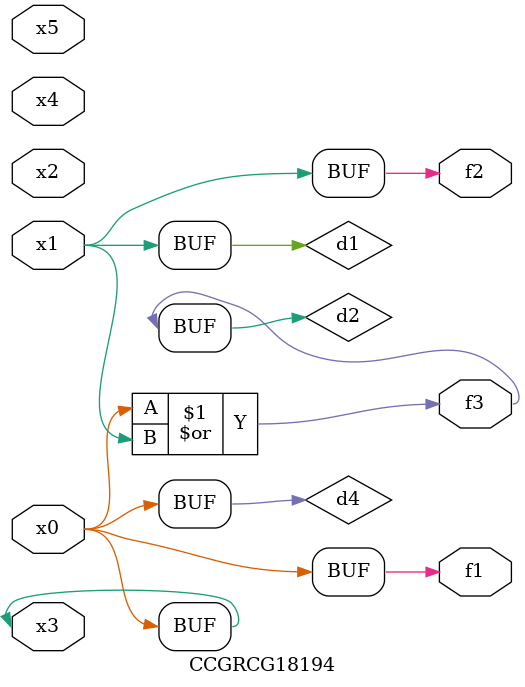
<source format=v>
module CCGRCG18194(
	input x0, x1, x2, x3, x4, x5,
	output f1, f2, f3
);

	wire d1, d2, d3, d4;

	and (d1, x1);
	or (d2, x0, x1);
	nand (d3, x0, x5);
	buf (d4, x0, x3);
	assign f1 = d4;
	assign f2 = d1;
	assign f3 = d2;
endmodule

</source>
